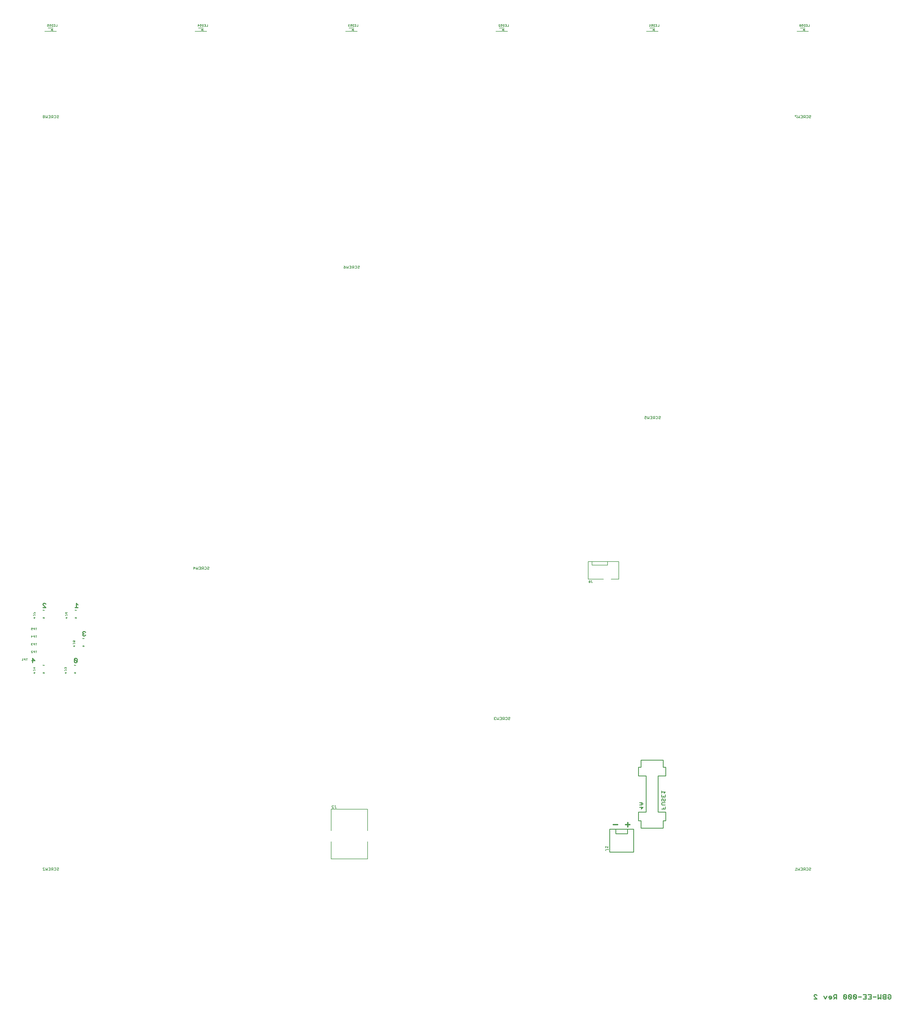
<source format=gbo>
G75*
%MOIN*%
%OFA0B0*%
%FSLAX24Y24*%
%IPPOS*%
%LPD*%
%AMOC8*
5,1,8,0,0,1.08239X$1,22.5*
%
%ADD10C,0.0150*%
%ADD11C,0.0130*%
%ADD12C,0.0070*%
%ADD13C,0.0080*%
%ADD14C,0.0060*%
%ADD15C,0.0100*%
%ADD16C,0.0050*%
D10*
X091497Y025979D02*
X092065Y025979D01*
X093097Y025979D02*
X093665Y025979D01*
X093381Y025696D02*
X093381Y026263D01*
D11*
X117778Y003620D02*
X117873Y003715D01*
X118064Y003715D01*
X118159Y003620D01*
X117778Y003620D02*
X117778Y003524D01*
X118159Y003144D01*
X117778Y003144D01*
X119067Y003524D02*
X119258Y003144D01*
X119448Y003524D01*
X119712Y003429D02*
X119712Y003334D01*
X120092Y003334D01*
X120092Y003239D02*
X120092Y003429D01*
X119997Y003524D01*
X119807Y003524D01*
X119712Y003429D01*
X119807Y003144D02*
X119997Y003144D01*
X120092Y003239D01*
X120357Y003144D02*
X120547Y003334D01*
X120452Y003334D02*
X120737Y003334D01*
X120737Y003144D02*
X120737Y003715D01*
X120452Y003715D01*
X120357Y003620D01*
X120357Y003429D01*
X120452Y003334D01*
X121646Y003239D02*
X121741Y003144D01*
X121931Y003144D01*
X122026Y003239D01*
X121646Y003620D01*
X121646Y003239D01*
X122026Y003239D02*
X122026Y003620D01*
X121931Y003715D01*
X121741Y003715D01*
X121646Y003620D01*
X122290Y003620D02*
X122671Y003239D01*
X122575Y003144D01*
X122385Y003144D01*
X122290Y003239D01*
X122290Y003620D01*
X122385Y003715D01*
X122575Y003715D01*
X122671Y003620D01*
X122671Y003239D01*
X122935Y003239D02*
X123030Y003144D01*
X123220Y003144D01*
X123315Y003239D01*
X122935Y003620D01*
X122935Y003239D01*
X123315Y003239D02*
X123315Y003620D01*
X123220Y003715D01*
X123030Y003715D01*
X122935Y003620D01*
X123579Y003429D02*
X123960Y003429D01*
X124224Y003144D02*
X124604Y003144D01*
X124604Y003715D01*
X124224Y003715D01*
X124414Y003429D02*
X124604Y003429D01*
X124868Y003144D02*
X125249Y003144D01*
X125249Y003715D01*
X124868Y003715D01*
X125059Y003429D02*
X125249Y003429D01*
X125513Y003429D02*
X125893Y003429D01*
X126158Y003144D02*
X126158Y003715D01*
X126538Y003715D02*
X126538Y003144D01*
X126348Y003334D01*
X126158Y003144D01*
X126802Y003239D02*
X126897Y003144D01*
X127182Y003144D01*
X127182Y003715D01*
X126897Y003715D01*
X126802Y003620D01*
X126802Y003524D01*
X126897Y003429D01*
X127182Y003429D01*
X127447Y003429D02*
X127637Y003429D01*
X127447Y003429D02*
X127447Y003239D01*
X127542Y003144D01*
X127732Y003144D01*
X127827Y003239D01*
X127827Y003620D01*
X127732Y003715D01*
X127542Y003715D01*
X127447Y003620D01*
X126897Y003429D02*
X126802Y003334D01*
X126802Y003239D01*
X022459Y050739D02*
X022364Y050644D01*
X022173Y050644D01*
X022078Y050739D01*
X022078Y050834D01*
X022173Y050929D01*
X022269Y050929D01*
X022173Y050929D02*
X022078Y051024D01*
X022078Y051120D01*
X022173Y051215D01*
X022364Y051215D01*
X022459Y051120D01*
X021459Y054344D02*
X021078Y054344D01*
X021269Y054344D02*
X021269Y054915D01*
X021459Y054724D01*
X017259Y054820D02*
X017164Y054915D01*
X016973Y054915D01*
X016878Y054820D01*
X016878Y054724D01*
X017259Y054344D01*
X016878Y054344D01*
X015529Y047715D02*
X015814Y047429D01*
X015434Y047429D01*
X015529Y047144D02*
X015529Y047715D01*
X020978Y047620D02*
X021359Y047239D01*
X021264Y047144D01*
X021073Y047144D01*
X020978Y047239D01*
X020978Y047620D01*
X021073Y047715D01*
X021264Y047715D01*
X021359Y047620D01*
X021359Y047239D01*
D12*
X017095Y020002D02*
X016875Y020002D01*
X016875Y020222D02*
X016875Y020277D01*
X016930Y020332D01*
X017040Y020332D01*
X017095Y020277D01*
X017243Y020332D02*
X017243Y020002D01*
X017353Y020112D01*
X017463Y020002D01*
X017463Y020332D01*
X017611Y020332D02*
X017832Y020332D01*
X017832Y020002D01*
X017611Y020002D01*
X017721Y020167D02*
X017832Y020167D01*
X017980Y020167D02*
X018035Y020112D01*
X018200Y020112D01*
X018090Y020112D02*
X017980Y020002D01*
X017980Y020167D02*
X017980Y020277D01*
X018035Y020332D01*
X018200Y020332D01*
X018200Y020002D01*
X018348Y020057D02*
X018403Y020002D01*
X018513Y020002D01*
X018568Y020057D01*
X018568Y020277D01*
X018513Y020332D01*
X018403Y020332D01*
X018348Y020277D01*
X018716Y020277D02*
X018771Y020332D01*
X018881Y020332D01*
X018936Y020277D01*
X018936Y020222D01*
X018881Y020167D01*
X018771Y020167D01*
X018716Y020112D01*
X018716Y020057D01*
X018771Y020002D01*
X018881Y020002D01*
X018936Y020057D01*
X017095Y020002D02*
X016875Y020222D01*
X014767Y047464D02*
X014767Y047694D01*
X014691Y047694D02*
X014844Y047694D01*
X014568Y047694D02*
X014453Y047694D01*
X014414Y047656D01*
X014414Y047579D01*
X014453Y047541D01*
X014568Y047541D01*
X014568Y047464D02*
X014568Y047694D01*
X014292Y047618D02*
X014215Y047694D01*
X014215Y047464D01*
X014292Y047464D02*
X014138Y047464D01*
X015367Y048464D02*
X015520Y048464D01*
X015367Y048618D01*
X015367Y048656D01*
X015405Y048694D01*
X015482Y048694D01*
X015520Y048656D01*
X015643Y048656D02*
X015643Y048579D01*
X015682Y048541D01*
X015797Y048541D01*
X015797Y048464D02*
X015797Y048694D01*
X015682Y048694D01*
X015643Y048656D01*
X015919Y048694D02*
X016073Y048694D01*
X015996Y048694D02*
X015996Y048464D01*
X015996Y049464D02*
X015996Y049694D01*
X016073Y049694D02*
X015919Y049694D01*
X015797Y049694D02*
X015682Y049694D01*
X015643Y049656D01*
X015643Y049579D01*
X015682Y049541D01*
X015797Y049541D01*
X015797Y049464D02*
X015797Y049694D01*
X015520Y049656D02*
X015482Y049694D01*
X015405Y049694D01*
X015367Y049656D01*
X015367Y049618D01*
X015405Y049579D01*
X015367Y049541D01*
X015367Y049502D01*
X015405Y049464D01*
X015482Y049464D01*
X015520Y049502D01*
X015444Y049579D02*
X015405Y049579D01*
X015405Y050464D02*
X015405Y050694D01*
X015520Y050579D01*
X015367Y050579D01*
X015643Y050579D02*
X015682Y050541D01*
X015797Y050541D01*
X015797Y050464D02*
X015797Y050694D01*
X015682Y050694D01*
X015643Y050656D01*
X015643Y050579D01*
X015919Y050694D02*
X016073Y050694D01*
X015996Y050694D02*
X015996Y050464D01*
X015996Y051464D02*
X015996Y051694D01*
X016073Y051694D02*
X015919Y051694D01*
X015797Y051694D02*
X015682Y051694D01*
X015643Y051656D01*
X015643Y051579D01*
X015682Y051541D01*
X015797Y051541D01*
X015797Y051464D02*
X015797Y051694D01*
X015520Y051694D02*
X015520Y051579D01*
X015444Y051618D01*
X015405Y051618D01*
X015367Y051579D01*
X015367Y051502D01*
X015405Y051464D01*
X015482Y051464D01*
X015520Y051502D01*
X015520Y051694D02*
X015367Y051694D01*
X036615Y059372D02*
X036615Y059702D01*
X036780Y059537D01*
X036560Y059537D01*
X036928Y059372D02*
X036928Y059702D01*
X037148Y059702D02*
X037148Y059372D01*
X037038Y059482D01*
X036928Y059372D01*
X037296Y059372D02*
X037517Y059372D01*
X037517Y059702D01*
X037296Y059702D01*
X037406Y059537D02*
X037517Y059537D01*
X037665Y059537D02*
X037720Y059482D01*
X037885Y059482D01*
X037775Y059482D02*
X037665Y059372D01*
X037665Y059537D02*
X037665Y059647D01*
X037720Y059702D01*
X037885Y059702D01*
X037885Y059372D01*
X038033Y059427D02*
X038088Y059372D01*
X038198Y059372D01*
X038253Y059427D01*
X038253Y059647D01*
X038198Y059702D01*
X038088Y059702D01*
X038033Y059647D01*
X038401Y059647D02*
X038456Y059702D01*
X038566Y059702D01*
X038622Y059647D01*
X038622Y059592D01*
X038566Y059537D01*
X038456Y059537D01*
X038401Y059482D01*
X038401Y059427D01*
X038456Y059372D01*
X038566Y059372D01*
X038622Y059427D01*
X075930Y039962D02*
X075930Y039907D01*
X075985Y039852D01*
X075930Y039797D01*
X075930Y039742D01*
X075985Y039687D01*
X076095Y039687D01*
X076150Y039742D01*
X076040Y039852D02*
X075985Y039852D01*
X075930Y039962D02*
X075985Y040017D01*
X076095Y040017D01*
X076150Y039962D01*
X076298Y040017D02*
X076298Y039687D01*
X076408Y039797D01*
X076518Y039687D01*
X076518Y040017D01*
X076666Y040017D02*
X076887Y040017D01*
X076887Y039687D01*
X076666Y039687D01*
X076777Y039852D02*
X076887Y039852D01*
X077035Y039852D02*
X077090Y039797D01*
X077255Y039797D01*
X077145Y039797D02*
X077035Y039687D01*
X077035Y039852D02*
X077035Y039962D01*
X077090Y040017D01*
X077255Y040017D01*
X077255Y039687D01*
X077403Y039742D02*
X077458Y039687D01*
X077568Y039687D01*
X077623Y039742D01*
X077623Y039962D01*
X077568Y040017D01*
X077458Y040017D01*
X077403Y039962D01*
X077771Y039962D02*
X077826Y040017D01*
X077937Y040017D01*
X077992Y039962D01*
X077992Y039907D01*
X077937Y039852D01*
X077826Y039852D01*
X077771Y039797D01*
X077771Y039742D01*
X077826Y039687D01*
X077937Y039687D01*
X077992Y039742D01*
X115300Y020002D02*
X115520Y020002D01*
X115410Y020002D02*
X115410Y020332D01*
X115520Y020222D01*
X115668Y020332D02*
X115668Y020002D01*
X115778Y020112D01*
X115888Y020002D01*
X115888Y020332D01*
X116037Y020332D02*
X116257Y020332D01*
X116257Y020002D01*
X116037Y020002D01*
X116147Y020167D02*
X116257Y020167D01*
X116405Y020167D02*
X116460Y020112D01*
X116625Y020112D01*
X116515Y020112D02*
X116405Y020002D01*
X116405Y020167D02*
X116405Y020277D01*
X116460Y020332D01*
X116625Y020332D01*
X116625Y020002D01*
X116773Y020057D02*
X116828Y020002D01*
X116938Y020002D01*
X116993Y020057D01*
X116993Y020277D01*
X116938Y020332D01*
X116828Y020332D01*
X116773Y020277D01*
X117141Y020277D02*
X117197Y020332D01*
X117307Y020332D01*
X117362Y020277D01*
X117362Y020222D01*
X117307Y020167D01*
X117197Y020167D01*
X117141Y020112D01*
X117141Y020057D01*
X117197Y020002D01*
X117307Y020002D01*
X117362Y020057D01*
X097622Y079057D02*
X097677Y079112D01*
X097622Y079057D02*
X097511Y079057D01*
X097456Y079112D01*
X097456Y079167D01*
X097511Y079222D01*
X097622Y079222D01*
X097677Y079277D01*
X097677Y079332D01*
X097622Y079387D01*
X097511Y079387D01*
X097456Y079332D01*
X097308Y079332D02*
X097308Y079112D01*
X097253Y079057D01*
X097143Y079057D01*
X097088Y079112D01*
X096940Y079167D02*
X096775Y079167D01*
X096720Y079222D01*
X096720Y079332D01*
X096775Y079387D01*
X096940Y079387D01*
X096940Y079057D01*
X096830Y079167D02*
X096720Y079057D01*
X096572Y079057D02*
X096352Y079057D01*
X096203Y079057D02*
X096093Y079167D01*
X095983Y079057D01*
X095983Y079387D01*
X095835Y079387D02*
X095835Y079222D01*
X095725Y079277D01*
X095670Y079277D01*
X095615Y079222D01*
X095615Y079112D01*
X095670Y079057D01*
X095780Y079057D01*
X095835Y079112D01*
X095835Y079387D02*
X095615Y079387D01*
X096203Y079387D02*
X096203Y079057D01*
X096462Y079222D02*
X096572Y079222D01*
X096572Y079387D02*
X096572Y079057D01*
X096572Y079387D02*
X096352Y079387D01*
X097088Y079332D02*
X097143Y079387D01*
X097253Y079387D01*
X097308Y079332D01*
X115520Y118427D02*
X115520Y118482D01*
X115300Y118702D01*
X115300Y118757D01*
X115520Y118757D01*
X115668Y118757D02*
X115668Y118427D01*
X115778Y118537D01*
X115888Y118427D01*
X115888Y118757D01*
X116037Y118757D02*
X116257Y118757D01*
X116257Y118427D01*
X116037Y118427D01*
X116147Y118592D02*
X116257Y118592D01*
X116405Y118592D02*
X116460Y118537D01*
X116625Y118537D01*
X116515Y118537D02*
X116405Y118427D01*
X116405Y118592D02*
X116405Y118702D01*
X116460Y118757D01*
X116625Y118757D01*
X116625Y118427D01*
X116773Y118482D02*
X116828Y118427D01*
X116938Y118427D01*
X116993Y118482D01*
X116993Y118702D01*
X116938Y118757D01*
X116828Y118757D01*
X116773Y118702D01*
X117141Y118702D02*
X117197Y118757D01*
X117307Y118757D01*
X117362Y118702D01*
X117362Y118647D01*
X117307Y118592D01*
X117197Y118592D01*
X117141Y118537D01*
X117141Y118482D01*
X117197Y118427D01*
X117307Y118427D01*
X117362Y118482D01*
X058307Y099017D02*
X058307Y098962D01*
X058252Y098907D01*
X058141Y098907D01*
X058086Y098852D01*
X058086Y098797D01*
X058141Y098742D01*
X058252Y098742D01*
X058307Y098797D01*
X058307Y099017D02*
X058252Y099072D01*
X058141Y099072D01*
X058086Y099017D01*
X057938Y099017D02*
X057938Y098797D01*
X057883Y098742D01*
X057773Y098742D01*
X057718Y098797D01*
X057570Y098852D02*
X057405Y098852D01*
X057350Y098907D01*
X057350Y099017D01*
X057405Y099072D01*
X057570Y099072D01*
X057570Y098742D01*
X057460Y098852D02*
X057350Y098742D01*
X057202Y098742D02*
X056981Y098742D01*
X056833Y098742D02*
X056723Y098852D01*
X056613Y098742D01*
X056613Y099072D01*
X056833Y099072D02*
X056833Y098742D01*
X057092Y098907D02*
X057202Y098907D01*
X057202Y099072D02*
X057202Y098742D01*
X057202Y099072D02*
X056981Y099072D01*
X056465Y098907D02*
X056355Y099017D01*
X056245Y099072D01*
X056300Y098907D02*
X056465Y098907D01*
X056465Y098797D01*
X056410Y098742D01*
X056300Y098742D01*
X056245Y098797D01*
X056245Y098852D01*
X056300Y098907D01*
X057718Y099017D02*
X057773Y099072D01*
X057883Y099072D01*
X057938Y099017D01*
X018936Y118482D02*
X018881Y118427D01*
X018771Y118427D01*
X018716Y118482D01*
X018716Y118537D01*
X018771Y118592D01*
X018881Y118592D01*
X018936Y118647D01*
X018936Y118702D01*
X018881Y118757D01*
X018771Y118757D01*
X018716Y118702D01*
X018568Y118702D02*
X018568Y118482D01*
X018513Y118427D01*
X018403Y118427D01*
X018348Y118482D01*
X018200Y118537D02*
X018035Y118537D01*
X017980Y118592D01*
X017980Y118702D01*
X018035Y118757D01*
X018200Y118757D01*
X018200Y118427D01*
X018090Y118537D02*
X017980Y118427D01*
X017832Y118427D02*
X017611Y118427D01*
X017463Y118427D02*
X017353Y118537D01*
X017243Y118427D01*
X017243Y118757D01*
X017095Y118702D02*
X017095Y118647D01*
X017040Y118592D01*
X016930Y118592D01*
X016875Y118537D01*
X016875Y118482D01*
X016930Y118427D01*
X017040Y118427D01*
X017095Y118482D01*
X017095Y118537D01*
X017040Y118592D01*
X016930Y118592D02*
X016875Y118647D01*
X016875Y118702D01*
X016930Y118757D01*
X017040Y118757D01*
X017095Y118702D01*
X017463Y118757D02*
X017463Y118427D01*
X017721Y118592D02*
X017832Y118592D01*
X017832Y118757D02*
X017832Y118427D01*
X017832Y118757D02*
X017611Y118757D01*
X018348Y118702D02*
X018403Y118757D01*
X018513Y118757D01*
X018568Y118702D01*
D13*
X088219Y060403D02*
X088219Y058103D01*
X090219Y058103D01*
X091219Y058103D02*
X092219Y058103D01*
X092219Y060403D01*
X088219Y060403D01*
X088711Y060402D02*
X088711Y059930D01*
X090758Y059930D01*
X090758Y060402D01*
D14*
X088692Y057873D02*
X088605Y057873D01*
X088648Y057873D02*
X088648Y057657D01*
X088692Y057613D01*
X088735Y057613D01*
X088778Y057657D01*
X088484Y057657D02*
X088484Y057700D01*
X088440Y057743D01*
X088354Y057743D01*
X088310Y057700D01*
X088310Y057657D01*
X088354Y057613D01*
X088440Y057613D01*
X088484Y057657D01*
X088440Y057743D02*
X088484Y057787D01*
X088484Y057830D01*
X088440Y057873D01*
X088354Y057873D01*
X088310Y057830D01*
X088310Y057787D01*
X088354Y057743D01*
X055172Y028449D02*
X055059Y028449D01*
X055116Y028449D02*
X055116Y028166D01*
X055172Y028109D01*
X055229Y028109D01*
X055286Y028166D01*
X054917Y028109D02*
X054691Y028336D01*
X054691Y028393D01*
X054747Y028449D01*
X054861Y028449D01*
X054917Y028393D01*
X054917Y028109D02*
X054691Y028109D01*
X022269Y049268D02*
X022179Y049268D01*
X022209Y049328D01*
X022209Y049358D01*
X022179Y049388D01*
X022119Y049388D01*
X022089Y049358D01*
X022089Y049298D01*
X022119Y049268D01*
X022269Y049268D02*
X022269Y049388D01*
X022219Y050278D02*
X022279Y050338D01*
X022099Y050338D01*
X022099Y050278D02*
X022099Y050398D01*
X021069Y050047D02*
X021069Y049874D01*
X020939Y049874D01*
X020983Y049961D01*
X020983Y050004D01*
X020939Y050047D01*
X020853Y050047D01*
X020809Y050004D01*
X020809Y049917D01*
X020853Y049874D01*
X020853Y049709D02*
X021069Y049709D01*
X021069Y049666D02*
X021069Y049753D01*
X020853Y049709D02*
X020809Y049666D01*
X020809Y049623D01*
X020853Y049579D01*
X020919Y049388D02*
X020949Y049388D01*
X020979Y049358D01*
X020979Y049268D01*
X020919Y049268D01*
X020889Y049298D01*
X020889Y049358D01*
X020919Y049388D01*
X021039Y049328D02*
X020979Y049268D01*
X021039Y049328D02*
X021069Y049388D01*
X020999Y046898D02*
X020999Y046778D01*
X020999Y046838D02*
X021179Y046838D01*
X021119Y046778D01*
X021079Y045888D02*
X021019Y045888D01*
X020989Y045858D01*
X020989Y045798D01*
X021019Y045768D01*
X021079Y045768D02*
X021109Y045828D01*
X021109Y045858D01*
X021079Y045888D01*
X021169Y045888D02*
X021169Y045768D01*
X021079Y045768D01*
X019969Y045888D02*
X019939Y045828D01*
X019879Y045768D01*
X019879Y045858D01*
X019849Y045888D01*
X019819Y045888D01*
X019789Y045858D01*
X019789Y045798D01*
X019819Y045768D01*
X019879Y045768D01*
X019753Y046079D02*
X019709Y046123D01*
X019709Y046166D01*
X019753Y046209D01*
X019969Y046209D01*
X019969Y046166D02*
X019969Y046253D01*
X019926Y046374D02*
X019969Y046417D01*
X019969Y046504D01*
X019926Y046547D01*
X019883Y046547D01*
X019839Y046504D01*
X019796Y046547D01*
X019753Y046547D01*
X019709Y046504D01*
X019709Y046417D01*
X019753Y046374D01*
X019839Y046461D02*
X019839Y046504D01*
X017079Y046838D02*
X016899Y046838D01*
X016899Y046778D02*
X016899Y046898D01*
X017019Y046778D02*
X017079Y046838D01*
X017069Y045888D02*
X017069Y045768D01*
X016979Y045768D01*
X017009Y045828D01*
X017009Y045858D01*
X016979Y045888D01*
X016919Y045888D01*
X016889Y045858D01*
X016889Y045798D01*
X016919Y045768D01*
X015869Y045888D02*
X015839Y045828D01*
X015779Y045768D01*
X015779Y045858D01*
X015749Y045888D01*
X015719Y045888D01*
X015689Y045858D01*
X015689Y045798D01*
X015719Y045768D01*
X015779Y045768D01*
X015653Y046079D02*
X015609Y046123D01*
X015609Y046166D01*
X015653Y046209D01*
X015869Y046209D01*
X015869Y046166D02*
X015869Y046253D01*
X015739Y046374D02*
X015739Y046547D01*
X015609Y046504D02*
X015869Y046504D01*
X015739Y046374D01*
X015719Y052968D02*
X015689Y052998D01*
X015689Y053058D01*
X015719Y053088D01*
X015749Y053088D01*
X015779Y053058D01*
X015779Y052968D01*
X015719Y052968D01*
X015779Y052968D02*
X015839Y053028D01*
X015869Y053088D01*
X015869Y053366D02*
X015869Y053453D01*
X015869Y053409D02*
X015653Y053409D01*
X015609Y053366D01*
X015609Y053323D01*
X015653Y053279D01*
X015653Y053574D02*
X015609Y053574D01*
X015653Y053574D02*
X015826Y053747D01*
X015869Y053747D01*
X015869Y053574D01*
X016899Y053978D02*
X016899Y054098D01*
X016899Y054038D02*
X017079Y054038D01*
X017019Y053978D01*
X016979Y053088D02*
X016919Y053088D01*
X016889Y053058D01*
X016889Y052998D01*
X016919Y052968D01*
X016979Y052968D02*
X017009Y053028D01*
X017009Y053058D01*
X016979Y053088D01*
X017069Y053088D02*
X017069Y052968D01*
X016979Y052968D01*
X019809Y053323D02*
X019809Y053366D01*
X019853Y053409D01*
X020069Y053409D01*
X020069Y053366D02*
X020069Y053453D01*
X019939Y053574D02*
X019939Y053704D01*
X019896Y053747D01*
X019853Y053747D01*
X019809Y053704D01*
X019809Y053617D01*
X019853Y053574D01*
X019939Y053574D01*
X020026Y053661D01*
X020069Y053747D01*
X019809Y053323D02*
X019853Y053279D01*
X019919Y053088D02*
X019949Y053088D01*
X019979Y053058D01*
X019979Y052968D01*
X019919Y052968D01*
X019889Y052998D01*
X019889Y053058D01*
X019919Y053088D01*
X020039Y053028D02*
X019979Y052968D01*
X020039Y053028D02*
X020069Y053088D01*
X021089Y053058D02*
X021089Y052998D01*
X021119Y052968D01*
X021179Y052968D02*
X021209Y053028D01*
X021209Y053058D01*
X021179Y053088D01*
X021119Y053088D01*
X021089Y053058D01*
X021179Y052968D02*
X021269Y052968D01*
X021269Y053088D01*
X021219Y053978D02*
X021279Y054038D01*
X021099Y054038D01*
X021099Y053978D02*
X021099Y054098D01*
X090505Y023156D02*
X090505Y022929D01*
X090505Y023042D02*
X090845Y023042D01*
X090732Y022929D01*
X090845Y022788D02*
X090845Y022674D01*
X090845Y022731D02*
X090562Y022731D01*
X090505Y022674D01*
X090505Y022617D01*
X090562Y022561D01*
X095859Y129756D02*
X095859Y129796D01*
X095859Y129756D02*
X097355Y129756D01*
X097355Y129796D01*
X096885Y129832D02*
X096885Y129953D01*
X096685Y129874D01*
X096685Y130032D01*
X096885Y129953D01*
X096885Y130074D01*
X096922Y130189D02*
X096292Y130189D01*
X096292Y130401D02*
X096292Y130641D01*
X096372Y130561D01*
X096488Y130521D02*
X096488Y130441D01*
X096528Y130401D01*
X096608Y130401D01*
X096648Y130441D01*
X096648Y130521D02*
X096568Y130561D01*
X096528Y130561D01*
X096488Y130521D01*
X096488Y130641D02*
X096648Y130641D01*
X096648Y130521D01*
X096764Y130441D02*
X096764Y130601D01*
X096804Y130641D01*
X096924Y130641D01*
X096924Y130401D01*
X096804Y130401D01*
X096764Y130441D01*
X097040Y130401D02*
X097200Y130401D01*
X097200Y130641D01*
X097040Y130641D01*
X097120Y130521D02*
X097200Y130521D01*
X097317Y130401D02*
X097477Y130401D01*
X097477Y130641D01*
X096372Y130401D02*
X096212Y130401D01*
X077792Y130401D02*
X077632Y130401D01*
X077515Y130401D02*
X077355Y130401D01*
X077239Y130401D02*
X077119Y130401D01*
X077079Y130441D01*
X077079Y130601D01*
X077119Y130641D01*
X077239Y130641D01*
X077239Y130401D01*
X077237Y130189D02*
X076607Y130189D01*
X076687Y130401D02*
X076527Y130561D01*
X076527Y130601D01*
X076567Y130641D01*
X076647Y130641D01*
X076687Y130601D01*
X076803Y130641D02*
X076963Y130641D01*
X076963Y130521D01*
X076883Y130561D01*
X076843Y130561D01*
X076803Y130521D01*
X076803Y130441D01*
X076843Y130401D01*
X076923Y130401D01*
X076963Y130441D01*
X076687Y130401D02*
X076527Y130401D01*
X077000Y130032D02*
X077000Y129874D01*
X077200Y129953D01*
X077000Y130032D01*
X077200Y130074D02*
X077200Y129953D01*
X077200Y129832D01*
X077670Y129796D02*
X077670Y129756D01*
X076174Y129756D01*
X076174Y129796D01*
X077355Y130641D02*
X077515Y130641D01*
X077515Y130401D01*
X077515Y130521D02*
X077435Y130521D01*
X077792Y130641D02*
X077792Y130401D01*
X058107Y130401D02*
X057946Y130401D01*
X057830Y130401D02*
X057670Y130401D01*
X057554Y130401D02*
X057434Y130401D01*
X057394Y130441D01*
X057394Y130601D01*
X057434Y130641D01*
X057554Y130641D01*
X057554Y130401D01*
X057552Y130189D02*
X056922Y130189D01*
X056962Y130401D02*
X057002Y130441D01*
X056962Y130401D02*
X056882Y130401D01*
X056842Y130441D01*
X056842Y130481D01*
X056882Y130521D01*
X056922Y130521D01*
X056882Y130521D02*
X056842Y130561D01*
X056842Y130601D01*
X056882Y130641D01*
X056962Y130641D01*
X057002Y130601D01*
X057118Y130641D02*
X057278Y130641D01*
X057278Y130521D01*
X057198Y130561D01*
X057158Y130561D01*
X057118Y130521D01*
X057118Y130441D01*
X057158Y130401D01*
X057238Y130401D01*
X057278Y130441D01*
X057315Y130032D02*
X057315Y129874D01*
X057515Y129953D01*
X057315Y130032D01*
X057515Y130074D02*
X057515Y129953D01*
X057515Y129832D01*
X057985Y129796D02*
X057985Y129756D01*
X056489Y129756D01*
X056489Y129796D01*
X057670Y130641D02*
X057830Y130641D01*
X057830Y130401D01*
X057830Y130521D02*
X057750Y130521D01*
X058107Y130641D02*
X058107Y130401D01*
X038422Y130401D02*
X038261Y130401D01*
X038145Y130401D02*
X037985Y130401D01*
X037869Y130401D02*
X037749Y130401D01*
X037709Y130441D01*
X037709Y130601D01*
X037749Y130641D01*
X037869Y130641D01*
X037869Y130401D01*
X037867Y130189D02*
X037237Y130189D01*
X037197Y130401D02*
X037197Y130641D01*
X037317Y130521D01*
X037156Y130521D01*
X037433Y130521D02*
X037433Y130441D01*
X037473Y130401D01*
X037553Y130401D01*
X037593Y130441D01*
X037593Y130521D02*
X037513Y130561D01*
X037473Y130561D01*
X037433Y130521D01*
X037433Y130641D02*
X037593Y130641D01*
X037593Y130521D01*
X037985Y130641D02*
X038145Y130641D01*
X038145Y130401D01*
X038145Y130521D02*
X038065Y130521D01*
X038422Y130641D02*
X038422Y130401D01*
X038300Y129796D02*
X038300Y129756D01*
X036804Y129756D01*
X036804Y129796D01*
X037630Y129874D02*
X037630Y130032D01*
X037830Y129953D01*
X037630Y129874D01*
X037830Y129832D02*
X037830Y129953D01*
X037830Y130074D01*
X018737Y130401D02*
X018576Y130401D01*
X018460Y130401D02*
X018300Y130401D01*
X018184Y130401D02*
X018064Y130401D01*
X018024Y130441D01*
X018024Y130601D01*
X018064Y130641D01*
X018184Y130641D01*
X018184Y130401D01*
X018181Y130189D02*
X017552Y130189D01*
X017592Y130401D02*
X017632Y130441D01*
X017592Y130401D02*
X017511Y130401D01*
X017471Y130441D01*
X017471Y130521D01*
X017511Y130561D01*
X017552Y130561D01*
X017632Y130521D01*
X017632Y130641D01*
X017471Y130641D01*
X017748Y130641D02*
X017908Y130641D01*
X017908Y130521D01*
X017828Y130561D01*
X017788Y130561D01*
X017748Y130521D01*
X017748Y130441D01*
X017788Y130401D01*
X017868Y130401D01*
X017908Y130441D01*
X017945Y130032D02*
X017945Y129874D01*
X018145Y129953D01*
X017945Y130032D01*
X018145Y130074D02*
X018145Y129953D01*
X018145Y129832D01*
X018615Y129796D02*
X018615Y129756D01*
X017119Y129756D01*
X017119Y129796D01*
X018300Y130641D02*
X018460Y130641D01*
X018460Y130401D01*
X018460Y130521D02*
X018380Y130521D01*
X018737Y130641D02*
X018737Y130401D01*
X115544Y129796D02*
X115544Y129756D01*
X117040Y129756D01*
X117040Y129796D01*
X116570Y129832D02*
X116570Y129953D01*
X116370Y129874D01*
X116370Y130032D01*
X116570Y129953D01*
X116570Y130074D01*
X116607Y130189D02*
X115977Y130189D01*
X116017Y130401D02*
X116057Y130441D01*
X115897Y130601D01*
X115897Y130441D01*
X115937Y130401D01*
X116017Y130401D01*
X116057Y130441D02*
X116057Y130601D01*
X116017Y130641D01*
X115937Y130641D01*
X115897Y130601D01*
X116173Y130641D02*
X116333Y130641D01*
X116333Y130521D01*
X116253Y130561D01*
X116213Y130561D01*
X116173Y130521D01*
X116173Y130441D01*
X116213Y130401D01*
X116293Y130401D01*
X116333Y130441D01*
X116449Y130441D02*
X116449Y130601D01*
X116489Y130641D01*
X116609Y130641D01*
X116609Y130401D01*
X116489Y130401D01*
X116449Y130441D01*
X116725Y130401D02*
X116885Y130401D01*
X116885Y130641D01*
X116725Y130641D01*
X116805Y130521D02*
X116885Y130521D01*
X117002Y130401D02*
X117162Y130401D01*
X117162Y130641D01*
D15*
X098036Y034428D02*
X095122Y034428D01*
X095122Y033483D01*
X094807Y033483D01*
X094807Y032341D01*
X095792Y032341D01*
X095792Y027617D01*
X094807Y027617D01*
X094807Y026475D01*
X095122Y026475D01*
X095122Y025530D01*
X098036Y025530D01*
X098036Y026475D01*
X098351Y026475D01*
X098351Y027617D01*
X097367Y027617D01*
X097367Y032341D01*
X098351Y032341D01*
X098351Y033483D01*
X098036Y033483D01*
X098036Y034428D01*
X097829Y030399D02*
X097829Y030092D01*
X097829Y030245D02*
X098290Y030245D01*
X098136Y030092D01*
X098290Y029883D02*
X098290Y029576D01*
X097829Y029576D01*
X097829Y029883D01*
X098059Y029730D02*
X098059Y029576D01*
X097983Y029367D02*
X097906Y029367D01*
X097829Y029291D01*
X097829Y029137D01*
X097906Y029060D01*
X098059Y029137D02*
X098059Y029291D01*
X097983Y029367D01*
X098213Y029367D02*
X098290Y029291D01*
X098290Y029137D01*
X098213Y029060D01*
X098136Y029060D01*
X098059Y029137D01*
X097906Y028852D02*
X098290Y028852D01*
X098290Y028545D02*
X097906Y028545D01*
X097829Y028622D01*
X097829Y028775D01*
X097906Y028852D01*
X098290Y028336D02*
X098290Y028029D01*
X097829Y028029D01*
X098059Y028029D02*
X098059Y028183D01*
X095390Y028259D02*
X095159Y028029D01*
X095159Y028336D01*
X095159Y028545D02*
X095159Y028852D01*
X095236Y028852D02*
X094929Y028852D01*
X095236Y028852D02*
X095390Y028698D01*
X095236Y028545D01*
X094929Y028545D01*
X094929Y028259D02*
X095390Y028259D01*
X094151Y025375D02*
X093371Y025375D01*
X093371Y024775D01*
X091811Y024775D01*
X091811Y025375D01*
X093371Y025375D01*
X094151Y025375D02*
X094151Y022375D01*
X091031Y022375D01*
X091031Y025375D01*
X091811Y025375D01*
D16*
X059354Y025179D02*
X059354Y027979D01*
X054604Y027979D01*
X054604Y025179D01*
X054604Y023754D02*
X054604Y021479D01*
X059354Y021479D01*
X059354Y023754D01*
M02*

</source>
